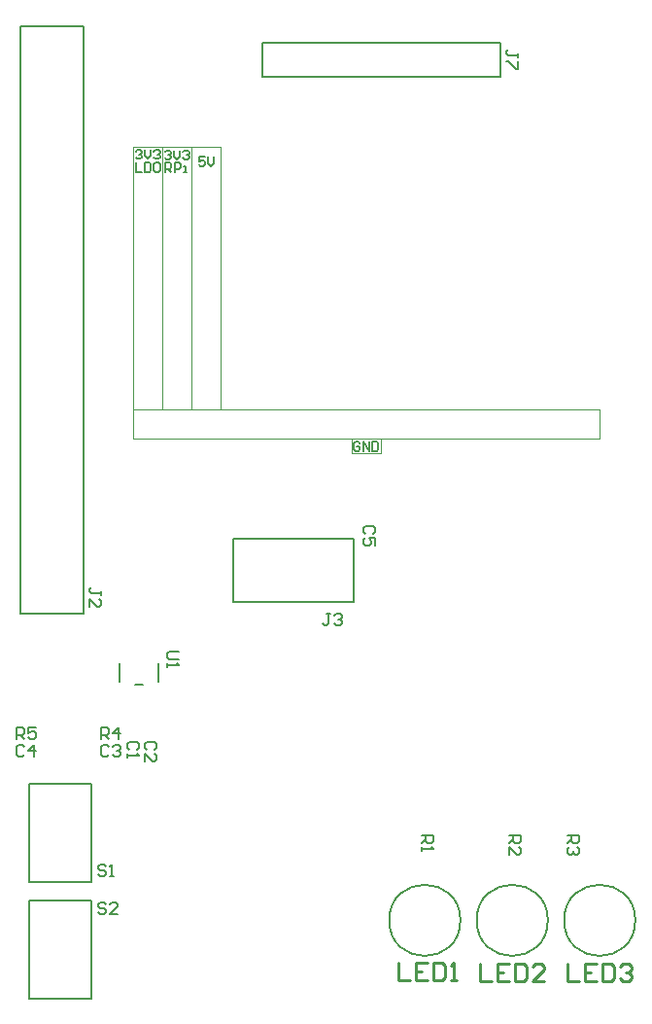
<source format=gto>
%FSLAX25Y25*%
%MOIN*%
G70*
G01*
G75*
G04 Layer_Color=65535*
%ADD10R,0.02717X0.04724*%
%ADD11R,0.03543X0.03150*%
%ADD12R,0.03150X0.03543*%
%ADD13C,0.01969*%
%ADD14C,0.01000*%
%ADD15R,0.06000X0.06000*%
%ADD16C,0.06000*%
%ADD17R,0.06000X0.06000*%
%ADD18C,0.05000*%
%ADD19C,0.24410*%
%ADD20C,0.00787*%
%ADD21C,0.00252*%
%ADD22C,0.00800*%
%ADD23C,0.00600*%
D14*
X-74000Y-334502D02*
Y-340500D01*
X-70001D01*
X-64003Y-334502D02*
X-68002D01*
Y-340500D01*
X-64003D01*
X-68002Y-337501D02*
X-66003D01*
X-62004Y-334502D02*
Y-340500D01*
X-59005D01*
X-58005Y-339500D01*
Y-335502D01*
X-59005Y-334502D01*
X-62004D01*
X-56006Y-340500D02*
X-54006D01*
X-55006D01*
Y-334502D01*
X-56006Y-335502D01*
X-46000Y-335002D02*
Y-341000D01*
X-42001D01*
X-36003Y-335002D02*
X-40002D01*
Y-341000D01*
X-36003D01*
X-40002Y-338001D02*
X-38003D01*
X-34004Y-335002D02*
Y-341000D01*
X-31005D01*
X-30005Y-340000D01*
Y-336002D01*
X-31005Y-335002D01*
X-34004D01*
X-24007Y-341000D02*
X-28006D01*
X-24007Y-337001D01*
Y-336002D01*
X-25007Y-335002D01*
X-27006D01*
X-28006Y-336002D01*
X-16000Y-335002D02*
Y-341000D01*
X-12001D01*
X-6003Y-335002D02*
X-10002D01*
Y-341000D01*
X-6003D01*
X-10002Y-338001D02*
X-8003D01*
X-4004Y-335002D02*
Y-341000D01*
X-1005D01*
X-5Y-340000D01*
Y-336002D01*
X-1005Y-335002D01*
X-4004D01*
X1994Y-336002D02*
X2994Y-335002D01*
X4993D01*
X5993Y-336002D01*
Y-337001D01*
X4993Y-338001D01*
X3994D01*
X4993D01*
X5993Y-339001D01*
Y-340000D01*
X4993Y-341000D01*
X2994D01*
X1994Y-340000D01*
D20*
X7205Y-320000D02*
G03*
X7205Y-320000I-12205J0D01*
G01*
X-22795D02*
G03*
X-22795Y-320000I-12205J0D01*
G01*
X-52795D02*
G03*
X-52795Y-320000I-12205J0D01*
G01*
X-156307Y-238347D02*
Y-231965D01*
X-164378Y-239134D02*
X-161622D01*
X-169693Y-238347D02*
Y-231965D01*
X-182126Y-214961D02*
Y-13386D01*
X-203681Y-214961D02*
X-182126D01*
X-203681D02*
Y-13386D01*
X-182126D01*
X-130000Y-210787D02*
X-89252D01*
X-130787D02*
Y-189232D01*
Y-210787D02*
X-130000D01*
X-130787Y-189232D02*
X-89252D01*
Y-210787D02*
Y-189232D01*
X-39213Y-30787D02*
Y-19213D01*
X-120787Y-30787D02*
X-39213D01*
X-120787D02*
Y-19213D01*
X-39213D01*
X-200787Y-306787D02*
X-179232D01*
X-200787Y-273213D02*
X-179232D01*
X-200787Y-306787D02*
Y-273213D01*
X-179232Y-306787D02*
Y-273213D01*
Y-306787D02*
X-179232Y-306787D01*
X-200787Y-346787D02*
X-179232D01*
X-200787Y-313213D02*
X-179232D01*
X-200787Y-346787D02*
Y-313213D01*
X-179232Y-346787D02*
Y-313213D01*
Y-346787D02*
X-179232Y-346787D01*
D21*
X-165000Y-145000D02*
Y-55000D01*
Y-145000D02*
X-155000D01*
Y-55000D01*
X-165000D02*
X-155000D01*
X-145000D01*
X-135000D01*
Y-145000D02*
Y-55000D01*
X-145000Y-145000D02*
X-135000D01*
X-155000D02*
X-145000D01*
X-155000D02*
X-145000D01*
Y-55000D01*
X-5000Y-155000D02*
Y-145000D01*
X-165000D02*
X-5000D01*
X-165000Y-155000D02*
Y-145000D01*
Y-155000D02*
X-5000D01*
X-80000Y-160000D02*
Y-155000D01*
X-90200Y-160000D02*
X-80000D01*
X-90200D02*
Y-155100D01*
D22*
X-149501Y-228000D02*
X-152833D01*
X-153500Y-228666D01*
Y-229999D01*
X-152833Y-230666D01*
X-149501D01*
X-153500Y-231999D02*
Y-233332D01*
Y-232665D01*
X-149501D01*
X-150168Y-231999D01*
X-163668Y-261666D02*
X-163001Y-260999D01*
Y-259666D01*
X-163668Y-259000D01*
X-166333D01*
X-167000Y-259666D01*
Y-260999D01*
X-166333Y-261666D01*
X-167000Y-262999D02*
Y-264332D01*
Y-263665D01*
X-163001D01*
X-163668Y-262999D01*
X-157668Y-261666D02*
X-157001Y-260999D01*
Y-259666D01*
X-157668Y-259000D01*
X-160334D01*
X-161000Y-259666D01*
Y-260999D01*
X-160334Y-261666D01*
X-161000Y-265665D02*
Y-262999D01*
X-158334Y-265665D01*
X-157668D01*
X-157001Y-264998D01*
Y-263665D01*
X-157668Y-262999D01*
X-175923Y-208571D02*
Y-207238D01*
Y-207905D01*
X-179255D01*
X-179921Y-207238D01*
Y-206572D01*
X-179255Y-205906D01*
X-179921Y-212570D02*
Y-209904D01*
X-177255Y-212570D01*
X-176589D01*
X-175923Y-211904D01*
Y-210571D01*
X-176589Y-209904D01*
X-97334Y-215001D02*
X-98667D01*
X-98001D01*
Y-218334D01*
X-98667Y-219000D01*
X-99334D01*
X-100000Y-218334D01*
X-96001Y-215668D02*
X-95335Y-215001D01*
X-94002D01*
X-93335Y-215668D01*
Y-216334D01*
X-94002Y-217001D01*
X-94668D01*
X-94002D01*
X-93335Y-217667D01*
Y-218334D01*
X-94002Y-219000D01*
X-95335D01*
X-96001Y-218334D01*
X-33001Y-24166D02*
Y-22833D01*
Y-23499D01*
X-36334D01*
X-37000Y-22833D01*
Y-22166D01*
X-36334Y-21500D01*
X-33001Y-25499D02*
Y-28164D01*
X-33668D01*
X-36334Y-25499D01*
X-37000D01*
X-66000Y-291000D02*
X-62001D01*
Y-292999D01*
X-62668Y-293666D01*
X-64001D01*
X-64667Y-292999D01*
Y-291000D01*
Y-292333D02*
X-66000Y-293666D01*
Y-294999D02*
Y-296332D01*
Y-295665D01*
X-62001D01*
X-62668Y-294999D01*
X-36000Y-291000D02*
X-32001D01*
Y-292999D01*
X-32668Y-293666D01*
X-34001D01*
X-34667Y-292999D01*
Y-291000D01*
Y-292333D02*
X-36000Y-293666D01*
Y-297664D02*
Y-294999D01*
X-33334Y-297664D01*
X-32668D01*
X-32001Y-296998D01*
Y-295665D01*
X-32668Y-294999D01*
X-16000Y-291000D02*
X-12001D01*
Y-292999D01*
X-12668Y-293666D01*
X-14001D01*
X-14667Y-292999D01*
Y-291000D01*
Y-292333D02*
X-16000Y-293666D01*
X-12668Y-294999D02*
X-12001Y-295665D01*
Y-296998D01*
X-12668Y-297664D01*
X-13334D01*
X-14001Y-296998D01*
Y-296332D01*
Y-296998D01*
X-14667Y-297664D01*
X-15334D01*
X-16000Y-296998D01*
Y-295665D01*
X-15334Y-294999D01*
X-174334Y-301668D02*
X-175001Y-301001D01*
X-176333D01*
X-177000Y-301668D01*
Y-302334D01*
X-176333Y-303001D01*
X-175001D01*
X-174334Y-303667D01*
Y-304334D01*
X-175001Y-305000D01*
X-176333D01*
X-177000Y-304334D01*
X-173001Y-305000D02*
X-171668D01*
X-172335D01*
Y-301001D01*
X-173001Y-301668D01*
X-174334Y-314668D02*
X-175001Y-314001D01*
X-176333D01*
X-177000Y-314668D01*
Y-315334D01*
X-176333Y-316001D01*
X-175001D01*
X-174334Y-316667D01*
Y-317334D01*
X-175001Y-318000D01*
X-176333D01*
X-177000Y-317334D01*
X-170335Y-318000D02*
X-173001D01*
X-170335Y-315334D01*
Y-314668D01*
X-171002Y-314001D01*
X-172335D01*
X-173001Y-314668D01*
X-173334Y-260668D02*
X-174001Y-260001D01*
X-175333D01*
X-176000Y-260668D01*
Y-263334D01*
X-175333Y-264000D01*
X-174001D01*
X-173334Y-263334D01*
X-172001Y-260668D02*
X-171335Y-260001D01*
X-170002D01*
X-169335Y-260668D01*
Y-261334D01*
X-170002Y-262001D01*
X-170668D01*
X-170002D01*
X-169335Y-262667D01*
Y-263334D01*
X-170002Y-264000D01*
X-171335D01*
X-172001Y-263334D01*
X-202334Y-260668D02*
X-203001Y-260001D01*
X-204333D01*
X-205000Y-260668D01*
Y-263334D01*
X-204333Y-264000D01*
X-203001D01*
X-202334Y-263334D01*
X-199002Y-264000D02*
Y-260001D01*
X-201001Y-262001D01*
X-198336D01*
X-82668Y-187666D02*
X-82001Y-186999D01*
Y-185667D01*
X-82668Y-185000D01*
X-85334D01*
X-86000Y-185667D01*
Y-186999D01*
X-85334Y-187666D01*
X-82001Y-191665D02*
Y-188999D01*
X-84001D01*
X-83334Y-190332D01*
Y-190998D01*
X-84001Y-191665D01*
X-85334D01*
X-86000Y-190998D01*
Y-189665D01*
X-85334Y-188999D01*
X-176000Y-258000D02*
Y-254001D01*
X-174001D01*
X-173334Y-254668D01*
Y-256001D01*
X-174001Y-256667D01*
X-176000D01*
X-174667D02*
X-173334Y-258000D01*
X-170002D02*
Y-254001D01*
X-172001Y-256001D01*
X-169335D01*
X-205000Y-258000D02*
Y-254001D01*
X-203001D01*
X-202334Y-254668D01*
Y-256001D01*
X-203001Y-256667D01*
X-205000D01*
X-203667D02*
X-202334Y-258000D01*
X-198336Y-254001D02*
X-201001D01*
Y-256001D01*
X-199668Y-255334D01*
X-199002D01*
X-198336Y-256001D01*
Y-257334D01*
X-199002Y-258000D01*
X-200335D01*
X-201001Y-257334D01*
D23*
X-164200Y-56376D02*
X-163675Y-55851D01*
X-162626D01*
X-162101Y-56376D01*
Y-56901D01*
X-162626Y-57426D01*
X-163151D01*
X-162626D01*
X-162101Y-57951D01*
Y-58475D01*
X-162626Y-59000D01*
X-163675D01*
X-164200Y-58475D01*
X-161051Y-55851D02*
Y-57951D01*
X-160002Y-59000D01*
X-158952Y-57951D01*
Y-55851D01*
X-157903Y-56376D02*
X-157378Y-55851D01*
X-156328D01*
X-155804Y-56376D01*
Y-56901D01*
X-156328Y-57426D01*
X-156853D01*
X-156328D01*
X-155804Y-57951D01*
Y-58475D01*
X-156328Y-59000D01*
X-157378D01*
X-157903Y-58475D01*
X-164200Y-60351D02*
Y-63500D01*
X-162101D01*
X-161051Y-60351D02*
Y-63500D01*
X-159477D01*
X-158952Y-62975D01*
Y-60876D01*
X-159477Y-60351D01*
X-161051D01*
X-156328D02*
X-157378D01*
X-157903Y-60876D01*
Y-62975D01*
X-157378Y-63500D01*
X-156328D01*
X-155804Y-62975D01*
Y-60876D01*
X-156328Y-60351D01*
X-154200Y-56576D02*
X-153675Y-56051D01*
X-152626D01*
X-152101Y-56576D01*
Y-57101D01*
X-152626Y-57626D01*
X-153150D01*
X-152626D01*
X-152101Y-58151D01*
Y-58675D01*
X-152626Y-59200D01*
X-153675D01*
X-154200Y-58675D01*
X-151051Y-56051D02*
Y-58151D01*
X-150002Y-59200D01*
X-148952Y-58151D01*
Y-56051D01*
X-147903Y-56576D02*
X-147378Y-56051D01*
X-146328D01*
X-145804Y-56576D01*
Y-57101D01*
X-146328Y-57626D01*
X-146853D01*
X-146328D01*
X-145804Y-58151D01*
Y-58675D01*
X-146328Y-59200D01*
X-147378D01*
X-147903Y-58675D01*
X-154000Y-63500D02*
Y-60351D01*
X-152426D01*
X-151901Y-60876D01*
Y-61926D01*
X-152426Y-62450D01*
X-154000D01*
X-152951D02*
X-151901Y-63500D01*
X-150851D02*
Y-60351D01*
X-149277D01*
X-148752Y-60876D01*
Y-61926D01*
X-149277Y-62450D01*
X-150851D01*
X-147703Y-63500D02*
X-146653D01*
X-147178D01*
Y-61401D01*
X-147703D01*
X-140401Y-58351D02*
X-142500D01*
Y-59926D01*
X-141451Y-59401D01*
X-140926D01*
X-140401Y-59926D01*
Y-60975D01*
X-140926Y-61500D01*
X-141975D01*
X-142500Y-60975D01*
X-139351Y-58351D02*
Y-60451D01*
X-138302Y-61500D01*
X-137252Y-60451D01*
Y-58351D01*
X-87271Y-156431D02*
X-87796Y-155906D01*
X-88845D01*
X-89370Y-156431D01*
Y-158530D01*
X-88845Y-159055D01*
X-87796D01*
X-87271Y-158530D01*
Y-157481D01*
X-88321D01*
X-86221Y-159055D02*
Y-155906D01*
X-84122Y-159055D01*
Y-155906D01*
X-83073D02*
Y-159055D01*
X-81499D01*
X-80974Y-158530D01*
Y-156431D01*
X-81499Y-155906D01*
X-83073D01*
M02*

</source>
